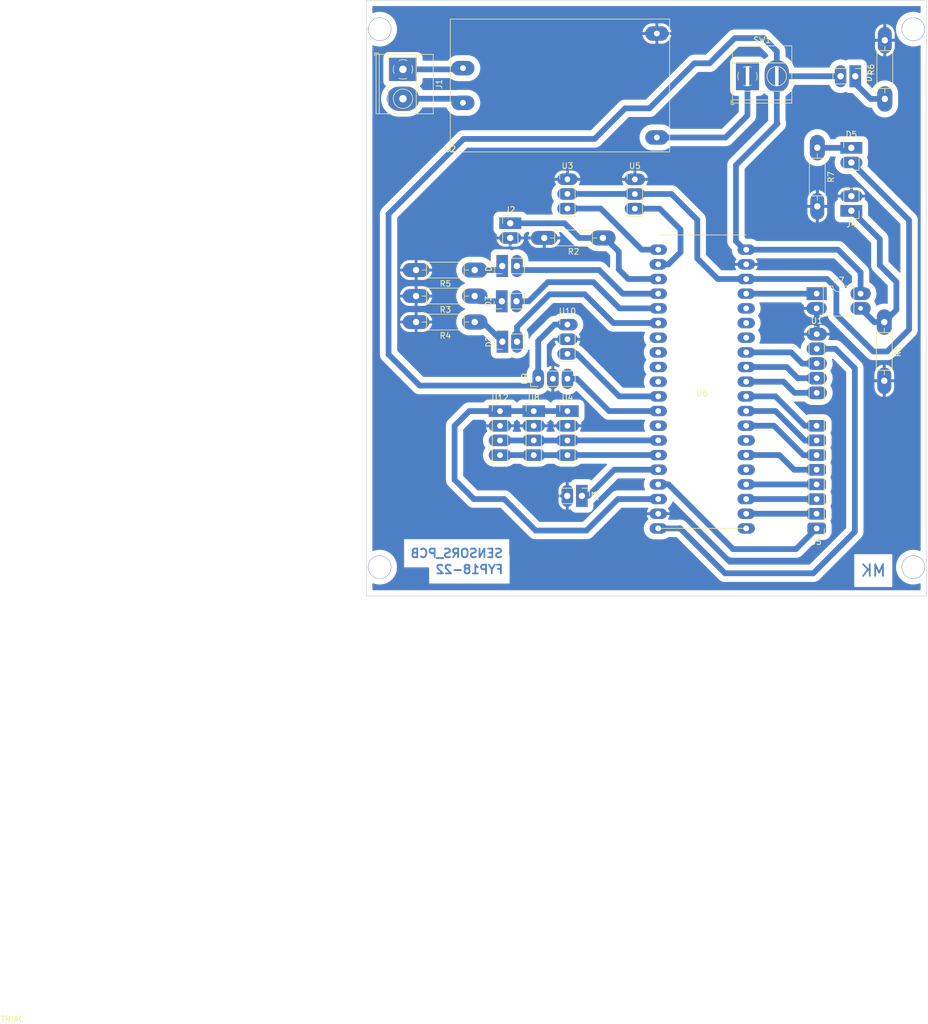
<source format=kicad_pcb>
(kicad_pcb (version 20211014) (generator pcbnew)
  (layers (0 "F.Cu" signal) (31 "B.Cu" signal) (34 "B.Paste" user) (35 "F.Paste" user) (36 "B.SilkS" user "B.Silkscreen") (37 "F.SilkS" user "F.Silkscreen") (38 "B.Mask" user) (39 "F.Mask" user) (44 "Edge.Cuts" user))
  (net 0 "")
  (net 1 "GND")
  (net 2 "+5V")
  (net 3 "NEUTRAL")
  (net 4 "Net-(D1-Pad1)")
  (net 5 "Net-(D2-Pad1)")
  (net 6 "WLED")
  (net 7 "Net-(D3-Pad1)")
  (net 8 "ZERO")
  (net 9 "BLED")
  (net 10 "Net-(D4-Pad1)")
  (net 11 "+3V3")
  (net 12 "PUMP")
  (net 13 "GLED")
  (net 14 "Net-(D5-Pad1)")
  (net 15 "ACLIVE")
  (net 16 "ET1")
  (net 17 "SCL")
  (net 18 "SDA")
  (net 19 "ET2")
  (net 20 "/Actuators/HEATER_RELAY")
  (net 21 "R1")
  (net 22 "R2")
  (net 23 "R3")
  (net 24 "R4")
  (net 25 "C1")
  (net 26 "C2")
  (net 29 "C3")
  (net 30 "C4")
  (net 31 "Net-(SW1-Pad1)")
  (net 35 "SCK")
  (net 36 "CS")
  (net 37 "SO")
  (net 38 "BUZZER")
  (net 43 "HEATER_SWITCH")
  (net 44 "P2DAT")
  (net 45 "P1DAT")
  (footprint "UserLibrary:R_Axial_DIN0207_L6.3mm_D2.5mm_P10.16mm_Horizontal" (layer "F.Cu") (at 138.441 40.065 90)
    (fp_text reference "R6" (at 5.08 -2.37 90) (layer "F.SilkS"))
    (fp_text value "330")
    (fp_line (start 8.35 -1.37) (end 1.81 -1.37) (layer "F.SilkS") (width 0.12))
    (fp_line (start 8.35 1.37) (end 8.35 -1.37) (layer "F.SilkS") (width 0.12))
    (fp_line (start 9.12 0) (end 8.35 0) (layer "F.SilkS") (width 0.12))
    (fp_line (start 1.81 1.37) (end 8.35 1.37) (layer "F.SilkS") (width 0.12))
    (fp_line (start 1.81 -1.37) (end 1.81 1.37) (layer "F.SilkS") (width 0.12))
    (fp_line (start 1.04 0) (end 1.81 0) (layer "F.SilkS") (width 0.12))
    (pad "1" thru_hole oval (at 0 0 90) (size 4.4 2.6) (drill 1.1) (layers *.Cu *.Mask) (net 4 "Net-(D1-Pad1)"))
    (pad "2" thru_hole oval (at 10.16 0 90) (size 4.6 2.4) (drill 1.1) (layers *.Cu *.Mask) (net 1 "GND"))
  )
  (footprint "UserLibrary:PinHeader_1x04_P2.54mm_Vertical" (layer "F.Cu") (at 71.755 94.117)
    (fp_text reference "U12" (at 0 -2.33) (layer "F.SilkS"))
    (fp_text value "LCD_SCREEN")
    (fp_line (start -1.33 0) (end -1.33 -1.33) (layer "F.SilkS") (width 0.12))
    (fp_line (start -1.33 -1.33) (end 0 -1.33) (layer "F.SilkS") (width 0.12))
    (fp_line (start -1.33 1.27) (end 1.33 1.27) (layer "F.SilkS") (width 0.12))
    (fp_line (start -1.33 8.95) (end 1.33 8.95) (layer "F.SilkS") (width 0.12))
    (fp_line (start -1.33 1.27) (end -1.33 8.95) (layer "F.SilkS") (width 0.12))
    (fp_line (start 1.33 1.27) (end 1.33 8.95) (layer "F.SilkS") (width 0.12))
    (pad "1" thru_hole rect (at 0 0) (size 3.9 2) (drill 1) (layers *.Cu *.Mask) (net 2 "+5V"))
    (pad "2" thru_hole oval (at 0 2.54) (size 3.9 2) (drill 1) (layers *.Cu *.Mask) (net 1 "GND"))
    (pad "3" thru_hole oval (at 0 5.08) (size 3.9 2) (drill 1) (layers *.Cu *.Mask) (net 17 "SCL"))
    (pad "4" thru_hole oval (at 0 7.62) (size 3.9 2) (drill 1) (layers *.Cu *.Mask) (net 18 "SDA"))
  )
  (footprint "UserLibrary:R_Axial_DIN0207_L6.3mm_D2.5mm_P10.16mm_Horizontal" (layer "F.Cu") (at 67.371 69.695 180)
    (fp_text reference "R5" (at 5.08 -2.37) (layer "F.SilkS"))
    (fp_text value "330")
    (fp_line (start 1.04 0) (end 1.81 0) (layer "F.SilkS") (width 0.12))
    (fp_line (start 1.81 -1.37) (end 1.81 1.37) (layer "F.SilkS") (width 0.12))
    (fp_line (start 8.35 -1.37) (end 1.81 -1.37) (layer "F.SilkS") (width 0.12))
    (fp_line (start 8.35 1.37) (end 8.35 -1.37) (layer "F.SilkS") (width 0.12))
    (fp_line (start 1.81 1.37) (end 8.35 1.37) (layer "F.SilkS") (width 0.12))
    (fp_line (start 9.12 0) (end 8.35 0) (layer "F.SilkS") (width 0.12))
    (pad "1" thru_hole oval (at 0 0 180) (size 4.4 2.6) (drill 1.1) (layers *.Cu *.Mask) (net 10 "Net-(D4-Pad1)"))
    (pad "2" thru_hole oval (at 10.16 0 180) (size 4.6 2.4) (drill 1.1) (layers *.Cu *.Mask) (net 1 "GND"))
  )
  (footprint "UserLibrary:R_Axial_DIN0207_L6.3mm_D2.5mm_P10.16mm_Horizontal" (layer "F.Cu") (at 138.341 78.705 -90)
    (fp_text reference "R1" (at 5.08 -2.37 90) (layer "F.SilkS"))
    (fp_text value "1k")
    (fp_line (start 1.04 0) (end 1.81 0) (layer "F.SilkS") (width 0.12))
    (fp_line (start 1.81 1.37) (end 8.35 1.37) (layer "F.SilkS") (width 0.12))
    (fp_line (start 8.35 -1.37) (end 1.81 -1.37) (layer "F.SilkS") (width 0.12))
    (fp_line (start 8.35 1.37) (end 8.35 -1.37) (layer "F.SilkS") (width 0.12))
    (fp_line (start 9.12 0) (end 8.35 0) (layer "F.SilkS") (width 0.12))
    (fp_line (start 1.81 -1.37) (end 1.81 1.37) (layer "F.SilkS") (width 0.12))
    (pad "1" thru_hole oval (at 0 0 270) (size 4.4 2.6) (drill 1.1) (layers *.Cu *.Mask) (net 20 "/Actuators/HEATER_RELAY"))
    (pad "2" thru_hole oval (at 10.16 0 270) (size 4.6 2.4) (drill 1.1) (layers *.Cu *.Mask) (net 1 "GND"))
  )
  (footprint "UserLibrary:AC_DC" (layer "F.Cu") (at 63.136 49.24)
    (fp_text reference "U2" (at 0 -0.5 unlocked) (layer "F.SilkS"))
    (fp_text value "AC-DC")
    (fp_line (start 0 -23) (end 0 0) (layer "F.SilkS") (width 0.12))
    (fp_line (start 38 0) (end 0 0) (layer "F.SilkS") (width 0.12))
    (fp_line (start 0 -23) (end 38 -23) (layer "F.SilkS") (width 0.12))
    (fp_line (start 38 -23) (end 38 0) (layer "F.SilkS") (width 0.12))
    (pad "1" thru_hole oval (at 2.2 -14.5) (size 4 2.5) (drill 1) (layers *.Cu *.Mask) (net 3 "NEUTRAL"))
    (pad "2" thru_hole oval (at 2.2 -8.5) (size 4 2.5) (drill 1) (layers *.Cu *.Mask) (net 15 "ACLIVE"))
    (pad "3" thru_hole oval (at 35.8 -2.5) (size 4 2.5) (drill 1) (layers *.Cu *.Mask) (net 31 "Net-(SW1-Pad1)"))
    (pad "4" thru_hole oval (at 35.8 -20.5) (size 4 2.5) (drill 1) (layers *.Cu *.Mask) (net 1 "GND"))
  )
  (footprint "UserLibrary:PinHeader_1x03_P2.54mm_Vertical" (layer "F.Cu") (at 83.439 53.975)
    (fp_text reference "U3" (at 0 -2.33) (layer "F.SilkS"))
    (fp_text value "DSB1820")
    (fp_line (start -1.33 6.41) (end 1.33 6.41) (layer "F.SilkS") (width 0.12))
    (fp_line (start -1.33 1.27) (end -1.33 6.41) (layer "F.SilkS") (width 0.12))
    (fp_line (start -1.33 1.27) (end 1.33 1.27) (layer "F.SilkS") (width 0.12))
    (fp_line (start 1.33 1.27) (end 1.33 6.41) (layer "F.SilkS") (width 0.12))
    (fp_line (start -1.33 0) (end -1.33 -1.33) (layer "F.SilkS") (width 0.12))
    (fp_line (start -1.33 -1.33) (end 0 -1.33) (layer "F.SilkS") (width 0.12))
    (pad "1" thru_hole oval (at 0 0) (size 3.5 2) (drill 1) (layers *.Cu *.Mask) (net 1 "GND"))
    (pad "2" thru_hole oval (at 0 2.54) (size 3.5 2) (drill 1) (layers *.Cu *.Mask) (net 11 "+3V3"))
    (pad "3" thru_hole oval (at 0 5.08) (size 3.5 2) (drill 1) (layers *.Cu *.Mask) (net 16 "ET1"))
  )
  (footprint "UserLibrary:PinHeader_1x02_P2.54mm_Vertical" (layer "F.Cu") (at 132.641 59.435 180)
    (fp_text reference "J4" (at 0 -2.33) (layer "F.SilkS"))
    (fp_text value "Conn_01x02_Male")
    (fp_line (start -1.33 0) (end -1.33 -1.33) (layer "F.SilkS") (width 0.12))
    (fp_line (start -1.33 1.27) (end -1.33 3.87) (layer "F.SilkS") (width 0.12))
    (fp_line (start -1.33 -1.33) (end 0 -1.33) (layer "F.SilkS") (width 0.12))
    (fp_line (start -1.33 3.87) (end 1.33 3.87) (layer "F.SilkS") (width 0.12))
    (fp_line (start 1.33 1.27) (end 1.33 3.87) (layer "F.SilkS") (width 0.12))
    (fp_line (start -1.33 1.27) (end 1.33 1.27) (layer "F.SilkS") (width 0.12))
    (pad "1" thru_hole rect (at 0 0 180) (size 3.8 2) (drill 1.1) (layers *.Cu *.Mask) (net 20 "/Actuators/HEATER_RELAY"))
    (pad "2" thru_hole oval (at 0 2.54 180) (size 3.8 2) (drill 1.1) (layers *.Cu *.Mask) (net 1 "GND"))
  )
  (footprint "UserLibrary:PinHeader_1x03_P2.54mm_Vertical" (layer "F.Cu") (at 83.439 79.136)
    (fp_text reference "U10" (at 0 -2.33) (layer "F.SilkS"))
    (fp_text value "PRESSURE_SENSOR")
    (fp_line (start -1.33 -1.33) (end 0 -1.33) (layer "F.SilkS") (width 0.12))
    (fp_line (start -1.33 1.27) (end -1.33 6.41) (layer "F.SilkS") (width 0.12))
    (fp_line (start -1.33 6.41) (end 1.33 6.41) (layer "F.SilkS") (width 0.12))
    (fp_line (start -1.33 0) (end -1.33 -1.33) (layer "F.SilkS") (width 0.12))
    (fp_line (start 1.33 1.27) (end 1.33 6.41) (layer "F.SilkS") (width 0.12))
    (fp_line (start -1.33 1.27) (end 1.33 1.27) (layer "F.SilkS") (width 0.12))
    (pad "1" thru_hole oval (at 0 0) (size 3.5 2) (drill 1) (layers *.Cu *.Mask) (net 2 "+5V"))
    (pad "2" thru_hole oval (at 0 2.54) (size 3.5 2) (drill 1) (layers *.Cu *.Mask) (net 1 "GND"))
    (pad "3" thru_hole oval (at 0 5.08) (size 3.5 2) (drill 1) (layers *.Cu *.Mask) (net 44 "P2DAT"))
  )
  (footprint "UserLibrary:PinHeader_1x05_P2.54mm_Vertical" (layer "F.Cu") (at 126.641 80.795)
    (fp_text reference "U1" (at 0 -2.33) (layer "F.SilkS"))
    (fp_text value "MAX6675K")
    (fp_line (start -1.33 0) (end -1.33 -1.33) (layer "F.SilkS") (width 0.12))
    (fp_line (start -1.33 1.27) (end 1.33 1.27) (layer "F.SilkS") (width 0.12))
    (fp_line (start -1.33 11.49) (end 1.33 11.49) (layer "F.SilkS") (width 0.12))
    (fp_line (start -1.33 -1.33) (end 0 -1.33) (layer "F.SilkS") (width 0.12))
    (fp_line (start -1.33 1.27) (end -1.33 11.49) (layer "F.SilkS") (width 0.12))
    (fp_line (start 1.33 1.27) (end 1.33 11.49) (layer "F.SilkS") (width 0.12))
    (pad "1" thru_hole oval (at 0 0) (size 3.5 2.2) (drill 1) (layers *.Cu *.Mask) (net 1 "GND"))
    (pad "2" thru_hole oval (at 0 2.54) (size 3.5 2.2) (drill 1) (layers *.Cu *.Mask) (net 11 "+3V3"))
    (pad "3" thru_hole oval (at 0 5.08) (size 3.5 2.2) (drill 1) (layers *.Cu *.Mask) (net 36 "CS"))
    (pad "4" thru_hole oval (at 0 7.62) (size 3.5 2.2) (drill 1) (layers *.Cu *.Mask) (net 37 "SO"))
    (pad "5" thru_hole oval (at 0 10.16) (size 3.5 2.2) (drill 1) (layers *.Cu *.Mask) (net 35 "SCK"))
  )
  (footprint "UserLibrary:PinHeader_1x02_P2.54mm_Vertical" (layer "F.Cu") (at 72.166 82.095 90)
    (fp_text reference "D2" (at 0 -2.33 90) (layer "F.SilkS"))
    (fp_text value "LED")
    (fp_line (start -1.33 1.27) (end 1.33 1.27) (layer "F.SilkS") (width 0.12))
    (fp_line (start -1.33 3.87) (end 1.33 3.87) (layer "F.SilkS") (width 0.12))
    (fp_line (start -1.33 -1.33) (end 0 -1.33) (layer "F.SilkS") (width 0.12))
    (fp_line (start -1.33 0) (end -1.33 -1.33) (layer "F.SilkS") (width 0.12))
    (fp_line (start 1.33 1.27) (end 1.33 3.87) (layer "F.SilkS") (width 0.12))
    (fp_line (start -1.33 1.27) (end -1.33 3.87) (layer "F.SilkS") (width 0.12))
    (pad "1" thru_hole rect (at 0 0 90) (size 3.8 2) (drill 1.1) (layers *.Cu *.Mask) (net 5 "Net-(D2-Pad1)"))
    (pad "2" thru_hole oval (at 0 2.54 90) (size 3.8 2) (drill 1.1) (layers *.Cu *.Mask) (net 6 "WLED"))
  )
  (footprint "UserLibrary:PinHeader_1x03_P2.54mm_Vertical" (layer "F.Cu") (at 95.123 53.99)
    (fp_text reference "U5" (at 0 -2.33) (layer "F.SilkS"))
    (fp_text value "DSB1820")
    (fp_line (start -1.33 6.41) (end 1.33 6.41) (layer "F.SilkS") (width 0.12))
    (fp_line (start -1.33 -1.33) (end 0 -1.33) (layer "F.SilkS") (width 0.12))
    (fp_line (start -1.33 1.27) (end 1.33 1.27) (layer "F.SilkS") (width 0.12))
    (fp_line (start -1.33 0) (end -1.33 -1.33) (layer "F.SilkS") (width 0.12))
    (fp_line (start -1.33 1.27) (end -1.33 6.41) (layer "F.SilkS") (width 0.12))
    (fp_line (start 1.33 1.27) (end 1.33 6.41) (layer "F.SilkS") (width 0.12))
    (pad "1" thru_hole oval (at 0 0) (size 3.5 2) (drill 1) (layers *.Cu *.Mask) (net 1 "GND"))
    (pad "2" thru_hole oval (at 0 2.54) (size 3.5 2) (drill 1) (layers *.Cu *.Mask) (net 11 "+3V3"))
    (pad "3" thru_hole oval (at 0 5.08) (size 3.5 2) (drill 1) (layers *.Cu *.Mask) (net 19 "ET2"))
  )
  (footprint "UserLibrary:R_Axial_DIN0207_L6.3mm_D2.5mm_P10.16mm_Horizontal" (layer "F.Cu") (at 89.585 64.135 180)
    (fp_text reference "R2" (at 5.08 -2.37) (layer "F.SilkS"))
    (fp_text value "330")
    (fp_line (start 1.04 0) (end 1.81 0) (layer "F.SilkS") (width 0.12))
    (fp_line (start 9.12 0) (end 8.35 0) (layer "F.SilkS") (width 0.12))
    (fp_line (start 1.81 1.37) (end 8.35 1.37) (layer "F.SilkS") (width 0.12))
    (fp_line (start 8.35 -1.37) (end 1.81 -1.37) (layer "F.SilkS") (width 0.12))
    (fp_line (start 8.35 1.37) (end 8.35 -1.37) (layer "F.SilkS") (width 0.12))
    (fp_line (start 1.81 -1.37) (end 1.81 1.37) (layer "F.SilkS") (width 0.12))
    (pad "1" thru_hole oval (at 0 0 180) (size 4.4 2.6) (drill 1.1) (layers *.Cu *.Mask) (net 12 "PUMP"))
    (pad "2" thru_hole oval (at 10.16 0 180) (size 4.6 2.4) (drill 1.1) (layers *.Cu *.Mask) (net 1 "GND"))
  )
  (footprint "UserLibrary:PinHeader_1x02_P2.54mm_Vertical" (layer "F.Cu") (at 133.316 36.135 -90)
    (fp_text reference "D1" (at 0 -2.33 90) (layer "F.SilkS"))
    (fp_text value "LED")
    (fp_line (start -1.33 -1.33) (end 0 -1.33) (layer "F.SilkS") (width 0.12))
    (fp_line (start 1.33 1.27) (end 1.33 3.87) (layer "F.SilkS") (width 0.12))
    (fp_line (start -1.33 3.87) (end 1.33 3.87) (layer "F.SilkS") (width 0.12))
    (fp_line (start -1.33 1.27) (end 1.33 1.27) (layer "F.SilkS") (width 0.12))
    (fp_line (start -1.33 1.27) (end -1.33 3.87) (layer "F.SilkS") (width 0.12))
    (fp_line (start -1.33 0) (end -1.33 -1.33) (layer "F.SilkS") (width 0.12))
    (pad "1" thru_hole rect (at 0 0 270) (size 3.8 2) (drill 1.1) (layers *.Cu *.Mask) (net 4 "Net-(D1-Pad1)"))
    (pad "2" thru_hole oval (at 0 2.54 270) (size 3.8 2) (drill 1.1) (layers *.Cu *.Mask) (net 2 "+5V"))
  )
  (footprint "UserLibrary:PinHeader_1x04_P2.54mm_Vertical" (layer "F.Cu") (at 77.597 94.117)
    (fp_text reference "U8" (at 0 -2.33) (layer "F.SilkS"))
    (fp_text value "LCD_SCREEN")
    (fp_line (start -1.33 8.95) (end 1.33 8.95) (layer "F.SilkS") (width 0.12))
    (fp_line (start -1.33 1.27) (end 1.33 1.27) (layer "F.SilkS") (width 0.12))
    (fp_line (start -1.33 0) (end -1.33 -1.33) (layer "F.SilkS") (width 0.12))
    (fp_line (start -1.33 1.27) (end -1.33 8.95) (layer "F.SilkS") (width 0.12))
    (fp_line (start -1.33 -1.33) (end 0 -1.33) (layer "F.SilkS") (width 0.12))
    (fp_line (start 1.33 1.27) (end 1.33 8.95) (layer "F.SilkS") (width 0.12))
    (pad "1" thru_hole rect (at 0 0) (size 3.9 2) (drill 1) (layers *.Cu *.Mask) (net 2 "+5V"))
    (pad "2" thru_hole oval (at 0 2.54) (size 3.9 2) (drill 1) (layers *.Cu *.Mask) (net 1 "GND"))
    (pad "3" thru_hole oval (at 0 5.08) (size 3.9 2) (drill 1) (layers *.Cu *.Mask) (net 17 "SCL"))
    (pad "4" thru_hole oval (at 0 7.62) (size 3.9 2) (drill 1) (layers *.Cu *.Mask) (net 18 "SDA"))
  )
  (footprint "UserLibrary:PinHeader_1x03_P2.54mm_Vertical" (layer "F.Cu") (at 78.374 88.519 90)
    (fp_text reference "U9" (at 0 -2.33 90) (layer "F.SilkS"))
    (fp_text value "PRESSURE_SENSOR")
    (fp_line (start -1.33 1.27) (end 1.33 1.27) (layer "F.SilkS") (width 0.12))
    (fp_line (start -1.33 1.27) (end -1.33 6.41) (layer "F.SilkS") (width 0.12))
    (fp_line (start -1.33 -1.33) (end 0 -1.33) (layer "F.SilkS") (width 0.12))
    (fp_line (start 1.33 1.27) (end 1.33 6.41) (layer "F.SilkS") (width 0.12))
    (fp_line (start -1.33 0) (end -1.33 -1.33) (layer "F.SilkS") (width 0.12))
    (fp_line (start -1.33 6.41) (end 1.33 6.41) (layer "F.SilkS") (width 0.12))
    (pad "1" thru_hole oval (at 0 0 90) (size 3.5 2) (drill 1) (layers *.Cu *.Mask) (net 2 "+5V"))
    (pad "2" thru_hole oval (at 0 2.54 90) (size 3.5 2) (drill 1) (layers *.Cu *.Mask) (net 1 "GND"))
    (pad "3" thru_hole oval (at 0 5.08 90) (size 3.5 2) (drill 1) (layers *.Cu *.Mask) (net 45 "P1DAT"))
  )
  (footprint "UserLibrary:KCD1 switch" (layer "F.Cu") (at 114.641 36.135)
    (fp_text reference "SW1" (at 2.54 -6.26) (layer "F.SilkS"))
    (fp_text value "SW_SPST")
    (fp_line (start -2.84 4.9) (end -2.34 4.9) (layer "F.SilkS") (width 0.12))
    (fp_line (start 4.046 1.239) (end 4.011 1.274) (layer "F.SilkS") (width 0.12))
    (fp_line (start -2.6 2.6) (end 7.68 2.6) (layer "F.SilkS") (width 0.12))
    (fp_line (start -2.6 4.66) (end 7.68 4.66) (layer "F.SilkS") (width 0.12))
    (fp_line (start -2.6 -5.261) (end -2.6 4.66) (layer "F.SilkS") (width 0.12))
    (fp_line (start -2.6 -2.301) (end 7.68 -2.301) (layer "F.SilkS") (width 0.12))
    (fp_line (start -2.6 4.1) (end 7.68 4.1) (layer "F.SilkS") (width 0.12))
    (fp_line (start 7.68 -5.261) (end 7.68 4.66) (layer "F.SilkS") (width 0.12))
    (fp_line (start 3.853 1.023) (end 3.806 1.069) (layer "F.SilkS") (width 0.12))
    (fp_line (start 6.15 -1.275) (end 6.115 -1.239) (layer "F.SilkS") (width 0.12))
    (fp_line (start 6.355 -1.069) (end 6.308 -1.023) (layer "F.SilkS") (width 0.12))
    (fp_line (start -2.6 -5.261) (end 7.68 -5.261) (layer "F.SilkS") (width 0.12))
    (fp_line (start -2.84 4.16) (end -2.84 4.9) (layer "F.SilkS") (width 0.12))
    (fp_arc (start -0.683042 -1.535427) (mid 0.000524 -1.680501) (end 0.684 -1.535) (layer "F.SilkS") (width 0.12))
    (fp_arc (start 0.683318 1.534756) (mid 0.349292 1.643288) (end 0 1.68) (layer "F.SilkS") (width 0.12))
    (fp_arc (start 0.028805 1.680253) (mid -0.335551 1.646659) (end -0.684 1.535) (layer "F.SilkS") (width 0.12))
    (fp_arc (start 1.535427 -0.683042) (mid 1.680501 0.000524) (end 1.535 0.684) (layer "F.SilkS") (width 0.12))
    (fp_arc (start -1.535427 0.683042) (mid -1.680501 -0.000524) (end -1.535 -0.684) (layer "F.SilkS") (width 0.12))
    (fp_circle (center 5.08 0) (end 6.76 0) (layer "F.SilkS") (width 0.12) (fill none))
    (pad "1" thru_hole rect (at 0 0) (size 4 4.8) (drill oval 0.6 3.5) (layers *.Cu *.Mask) (net 31 "Net-(SW1-Pad1)"))
    (pad "2" thru_hole oval (at 5.08 0) (size 4.2 5.6) (drill oval 0.6 3.5) (layers *.Cu *.Mask) (net 2 "+5V"))
  )
  (footprint "UserLibrary:Blackpill" (layer "F.Cu") (at 120.7945 119.167)
    (fp_text reference "U6" (at -14 -28.1 unlocked) (layer "F.SilkS"))
    (fp_text value "Blackpill")
    (fp_line (start -21.62 -55.54) (end -6.38 -55.54) (layer "F.SilkS") (width 0.12))
    (fp_line (start -21.62 -4.74) (end -6.38 -4.74) (layer "F.SilkS") (width 0.12))
    (pad "1" thru_hole oval (at -21.62 -53) (size 3 1.8) (drill 1) (layers *.Cu *.Mask) (net 16 "ET1"))
    (pad "2" thru_hole oval (at -21.62 -50.46) (size 3 1.8) (drill 1) (layers *.Cu *.Mask) (net 19 "ET2"))
    (pad "3" thru_hole oval (at -21.62 -47.92) (size 3 1.8) (drill 1) (layers *.Cu *.Mask) (net 12 "PUMP"))
    (pad "4" thru_hole oval (at -21.62 -45.38) (size 3 1.8) (drill 1) (layers *.Cu *.Mask) (net 13 "GLED"))
    (pad "5" thru_hole oval (at -21.62 -42.84) (size 3 1.8) (drill 1) (layers *.Cu *.Mask) (net 9 "BLED"))
    (pad "6" thru_hole oval (at -21.62 -40.3) (size 3 1.8) (drill 1) (layers *.Cu *.Mask) (net 6 "WLED"))
    (pad "7" thru_hole oval (at -21.62 -37.76) (size 3 1.8) (drill 1) (layers *.Cu *.Mask) (net 38 "BUZZER"))
    (pad "8" thru_hole oval (at -21.62 -35.22) (size 3 1.8) (drill 1) (layers *.Cu *.Mask))
    (pad "9" thru_hole oval (at -21.62 -32.68) (size 3 1.8) (drill 1) (layers *.Cu *.Mask))
    (pad "10" thru_hole oval (at -21.62 -30.14) (size 3 1.8) (drill 1) (layers *.Cu *.Mask))
    (pad "11" thru_hole oval (at -21.62 -27.6) (size 3 1.8) (drill 1) (layers *.Cu *.Mask) (net 44 "P2DAT"))
    (pad "12" thru_hole oval (at -21.62 -25.06) (size 3 1.8) (drill 1) (layers *.Cu *.Mask) (net 45 "P1DAT"))
    (pad "13" thru_hole oval (at -21.62 -22.52) (size 3 1.8) (drill 1) (layers *.Cu *.Mask) (net 36 "CS"))
    (pad "14" thru_hole oval (at -21.62 -19.98) (size 3 1.8) (drill 1) (layers *.Cu *.Mask) (net 17 "SCL"))
    (pad "15" thru_hole oval (at -21.62 -17.44) (size 3 1.8) (drill 1) (layers *.Cu *.Mask) (net 18 "SDA"))
    (pad "16" thru_hole oval (at -21.62 -14.9) (size 3 1.8) (drill 1) (layers *.Cu *.Mask) (net 8 "ZERO"))
    (pad "17" thru_hole oval (at -21.62 -12.36) (size 3 1.8) (drill 1) (layers *.Cu *.Mask) (net 21 "R1"))
    (pad "18" thru_hole oval (at -21.62 -9.82) (size 3 1.8) (drill 1) (layers *.Cu *.Mask) (net 2 "+5V"))
    (pad "19" thru_hole oval (at -21.62 -7.28) (size 3 1.8) (drill 1) (layers *.Cu *.Mask) (net 1 "GND"))
    (pad "20" thru_hole oval (at -21.62 -4.74) (size 3 1.8) (drill 1) (layers *.Cu *.Mask) (net 11 "+3V3"))
    (pad "21" thru_hole oval (at -6.38 -4.74) (size 3 1.8) (drill 1) (layers *.Cu *.Mask))
    (pad "22" thru_hole oval (at -6.38 -7.28) (size 3 1.8) (drill 1) (layers *.Cu *.Mask) (net 22 "R2"))
    (pad "23" thru_hole oval (at -6.38 -9.82) (size 3 1.8) (drill 1) (layers *.Cu *.Mask) (net 23 "R3"))
    (pad "24" thru_hole oval (at -6.38 -12.36) (size 3 1.8) (drill 1) (layers *.Cu *.Mask) (net 24 "R4"))
    (pad "25" thru_hole oval (at -6.38 -14.9) (size 3 1.8) (drill 1) (layers *.Cu *.Mask))
    (pad "26" thru_hole oval (at -6.38 -17.44) (size 3 1.8) (drill 1) (layers *.Cu *.Mask) (net 25 "C1"))
    (pad "27" thru_hole oval (at -6.38 -19.98) (size 3 1.8) (drill 1) (layers *.Cu *.Mask))
    (pad "28" thru_hole oval (at -6.38 -22.52) (size 3 1.8) (drill 1) (layers *.Cu *.Mask) (net 26 "C2"))
    (pad "29" thru_hole oval (at -6.38 -25.06) (size 3 1.8) (drill 1) (layers *.Cu *.Mask) (net 29 "C3"))
    (pad "30" thru_hole oval (at -6.38 -27.6) (size 3 1.8) (drill 1) (layers *.Cu *.Mask) (net 30 "C4"))
    (pad "31" thru_hole oval (at -6.38 -30.14) (size 3 1.8) (drill 1) (layers *.Cu *.Mask) (net 35 "SCK"))
    (pad "32" thru_hole oval (at -6.38 -32.68) (size 3 1.8) (drill 1) (layers *.Cu *.Mask) (net 37 "SO"))
    (pad "33" thru_hole oval (at -6.38 -35.22) (size 3 1.8) (drill 1) (layers *.Cu *.Mask) (net 36 "CS"))
    (pad "34" thru_hole oval (at -6.38 -37.76) (size 3 1.8) (drill 1) (layers *.Cu *.Mask))
    (pad "35" thru_hole oval (at -6.38 -40.3) (size 3 1.8) (drill 1) (layers *.Cu *.Mask))
    (pad "36" thru_hole oval (at -6.38 -42.84) (size 3 1.8) (drill 1) (layers *.Cu *.Mask))
    (pad "37" thru_hole oval (at -6.38 -45.38) (size 3 1.8) (drill 1) (layers *.Cu *.Mask) (net 43 "HEATER_SWITCH"))
    (pad "38" thru_hole oval (at -6.38 -47.92) (size 3 1.8) (drill 1) (layers *.Cu *.Mask) (net 11 "+3V3"))
    (pad "39" thru_hole oval (at -6.38 -50.46) (size 3 1.8) (drill 1) (layers *.Cu *.Mask) (net 1 "GND"))
    (pad "40" thru_hole oval (at -6.38 -53) (size 3 1.8) (drill 1) (layers *.Cu *.Mask) (net 2 "+5V"))
  )
  (footprint "UserLibrary:R_Axial_DIN0207_L6.3mm_D2.5mm_P10.16mm_Horizontal" (layer "F.Cu") (at 126.741 48.505 -90)
    (fp_text reference "R7" (at 5.08 -2.37 90) (layer "F.SilkS"))
    (fp_text value "330")
    (fp_line (start 1.04 0) (end 1.81 0) (layer "F.SilkS") (width 0.12))
    (fp_line (start 8.35 -1.37) (end 1.81 -1.37) (layer "F.SilkS") (width 0.12))
    (fp_line (start 1.81 -1.37) (end 1.81 1.37) (layer "F.SilkS") (width 0.12))
    (fp_line (start 1.81 1.37) (end 8.35 1.37) (layer "F.SilkS") (width 0.12))
    (fp_line (start 9.12 0) (end 8.35 0) (layer "F.SilkS") (width 0.12))
    (fp_line (start 8.35 1.37) (end 8.35 -1.37) (layer "F.SilkS") (width 0.12))
    (pad "1" thru_hole oval (at 0 0 270) (size 4.4 2.6) (drill 1.1) (layers *.Cu *.Mask) (net 14 "Net-(D5-Pad1)"))
    (pad "2" thru_hole oval (at 10.16 0 270) (size 4.6 2.4) (drill 1.1) (layers *.Cu *.Mask) (net 1 "GND"))
  )
  (footprint "UserLibrary:PinHeader_1x08_P2.54mm_Vertical" (layer "F.Cu") (at 126.619 114.432 180)
    (fp_text reference "J5" (at 0 -2.33) (layer "F.SilkS"))
    (fp_text value "Conn_01x08_Male")
    (fp_line (start -1.33 1.27) (end 1.33 1.27) (layer "F.SilkS") (width 0.12))
    (fp_line (start 1.33 1.27) (end 1.33 19.11) (layer "F.SilkS") (width 0.12))
    (fp_line (start -1.33 -1.33) (end 0 -1.33) (layer "F.SilkS") (width 0.12))
    (fp_line (start -1.33 1.27) (end -1.33 19.11) (layer "F.SilkS") (width 0.12))
    (fp_line (start -1.33 19.11) (end 1.33 19.11) (layer "F.SilkS") (width 0.12))
    (fp_line (start -1.33 0) (end -1.33 -1.33) (layer "F.SilkS") (width 0.12))
    (pad "1" thru_hole roundrect (at 0 0 180) (size 3.2 2) (drill 1) (layers *.Cu *.Mask) (net 21 "R1"))
    (pad "2" thru_hole roundrect (at 0 2.54 180) (size 3.2 2) (drill 1) (layers *.Cu *.Mask) (net 22 "R2"))
    (pad "3" thru_hole roundrect (at 0 5.08 180) (size 3.2 2) (drill 1) (layers *.Cu *.Mask) (net 23 "R3"))
    (pad "4" thru_hole roundrect (at 0 7.62 180) (size 3.2 2) (drill 1) (layers *.Cu *.Mask) (net 24 "R4"))
    (pad "5" thru_hole roundrect (at 0 10.16 180) (size 3.2 2) (drill 1) (layers *.Cu *.Mask) (net 25 "C1"))
    (pad "6" thru_hole roundrect (at 0 12.7 180) (size 3.2 2) (drill 1) (layers *.Cu *.Mask) (net 26 "C2"))
    (pad "7" thru_hole roundrect (at 0 15.24 180) (size 3.2 2) (drill 1) (layers *.Cu *.Mask) (net 29 "C3"))
    (pad "8" thru_hole roundrect (at 0 17.78 180) (size 3.2 2) (drill 1) (layers *.Cu *.Mask) (net 30 "C4"))
  )
  (footprint "UserLibrary:DIP-4_W7.62mm" (layer "F.Cu") (at 126.619 73.782)
    (fp_text reference "U7" (at 3.81 -2.33) (layer "F.SilkS"))
    (fp_text value "EL357")
    (fp_line (start 6.46 3.87) (end 6.46 -1.33) (layer "F.SilkS") (width 0.12))
    (fp_line (start 2.81 -1.33) (end 1.16 -1.33) (layer "F.SilkS") (width 0.12))
    (fp_line (start 6.46 -1.33) (end 4.81 -1.33) (layer "F.SilkS") (width 0.12))
    (fp_line (start 1.16 3.87) (end 6.46 3.87) (layer "F.SilkS") (width 0.12))
    (fp_line (start 1.16 -1.33) (end 1.16 3.87) (layer "F.SilkS") (width 0.12))
    (fp_arc (start 4.81 -1.33) (mid 3.81 -0.33) (end 2.81 -1.33) (layer "F.SilkS") (width 0.12))
    (pad "1" thru_hole rect (at 0 0) (size 3.5 2.2) (drill 1) (layers *.Cu *.Mask) (net 43 "HEATER_SWITCH"))
    (pad "2" thru_hole oval (at 0 2.54) (size 3.5 2.2) (drill 1) (layers *.Cu *.Mask) (net 1 "GND"))
    (pad "3" thru_hole oval (at 7.62 2.54) (size 3.5 2.2) (drill 0.8) (layers *.Cu *.Mask) (net 20 "/Actuators/HEATER_RELAY"))
    (pad "4" thru_hole oval (at 7.62 0) (size 3.5 2.2) (drill 1) (layers *.Cu *.Mask) (net 2 "+5V"))
  )
  (footprint "UserLibrary:PinHeader_1x02_P2.54mm_Vertical" (layer "F.Cu") (at 132.641 48.535)
    (fp_text reference "D5" (at 0 -2.33) (layer "F.SilkS"))
    (fp_text value "LED")
    (fp_line (start -1.33 3.87) (end 1.33 3.87) (layer "F.SilkS") (width 0.12))
    (fp_line (start -1.33 0) (end -1.33 -1.33) (layer "F.SilkS") (width 0.12))
    (fp_line (start -1.33 -1.33) (end 0 -1.33) (layer "F.SilkS") (width 0.12))
    (fp_line (start -1.33 1.27) (end -1.33 3.87) (layer "F.SilkS") (width 0.12))
    (fp_line (start -1.33 1.27) (end 1.33 1.27) (layer "F.SilkS") (width 0.12))
    (fp_line (start 1.33 1.27) (end 1.33 3.87) (layer "F.SilkS") (width 0.12))
    (pad "1" thru_hole rect (at 0 0) (size 3.8 2) (drill 1.1) (layers *.Cu *.Mask) (net 14 "Net-(D5-Pad1)"))
    (pad "2" thru_hole oval (at 0 2.54) (size 3.8 2) (drill 1.1) (layers *.Cu *.Mask) (net 11 "+3V3"))
  )
  (footprint "UserLibrary:PinHeader_1x02_P2.54mm_Vertical" (layer "F.Cu") (at 85.941 108.795 -90)
    (fp_text reference "J3" (at 0 -2.33 90) (layer "F.SilkS"))
    (fp_text value "Conn_01x02_Male")
    (fp_line (start 1.33 1.27) (end 1.33 3.87) (layer "F.SilkS") (width 0.12))
    (fp_line (start -1.33 1.27) (end 1.33 1.27) (layer "F.SilkS") (width 0.12))
    (fp_line (start -1.33 3.87) (end 1.33 3.87) (layer "F.SilkS") (width 0.12))
    (fp_line (start -1.33 0) (end -1.33 -1.33) (layer "F.SilkS") (width 0.12))
    (fp_line (start -1.33 1.27) (end -1.33 3.87) (layer "F.SilkS") (width 0.12))
    (fp_line (start -1.33 -1.33) (end 0 -1.33) (layer "F.SilkS") (width 0.12))
    (pad "1" thru_hole rect (at 0 0 270) (size 3.8 2) (drill 1.1) (layers *.Cu *.Mask) (net 8 "ZERO"))
    (pad "2" thru_hole oval (at 0 2.54 270) (size 3.8 2) (drill 1.1) (layers *.Cu *.Mask) (net 1 "GND"))
  )
  (footprint "UserLibrary:PinHeader_1x04_P2.54mm_Vertical" (layer "F.Cu") (at 83.439 94.117)
    (fp_text reference "U4" (at 0 -2.33) (layer "F.SilkS"))
    (fp_text value "MLX90614-ESF")
    (fp_line (start -1.33 0) (end -1.33 -1.33) (layer "F.SilkS") (width 0.12))
    (fp_line (start -1.33 1.27) (end -1.33 8.95) (layer "F.SilkS") (width 0.12))
    (fp_line (start -1.33 8.95) (end 1.33 8.95) (layer "F.SilkS") (width 0.12))
    (fp_line (start -1.33 -1.33) (end 0 -1.33) (layer "F.SilkS") (width 0.12))
    (fp_line (start 1.33 1.27) (end 1.33 8.95) (layer "F.SilkS") (width 0.12))
    (fp_line (start -1.33 1.27) (end 1.33 1.27) (layer "F.SilkS") (width 0.12))
    (pad "1" thru_hole rect (at 0 0) (size 3.9 2) (drill 1) (layers *.Cu *.Mask) (net 2 "+5V"))
    (pad "2" thru_hole oval (at 0 2.54) (size 3.9 2) (drill 1) (layers *.Cu *.Mask) (net 1 "GND"))
    (pad "3" thru_hole oval (at 0 5.08) (size 3.9 2) (drill 1) (layers *.Cu *.Mask) (net 17 "SCL"))
    (pad "4" thru_hole oval (at 0 7.62) (size 3.9 2) (drill 1) (layers *.Cu *.Mask) (net 18 "SDA"))
  )
  (footprint "UserLibrary:PinHeader_1x02_P2.54mm_Vertical" (layer "F.Cu") (at 72.141 68.995 90)
    (fp_text reference "D4" (at 0 -2.33 90) (layer "F.SilkS"))
    (fp_text value "LED")
    (fp_line (start 1.33 1.27) (end 1.33 3.87) (layer "F.SilkS") (width 0.12))
    (fp_line (start -1.33 -1.33) (end 0 -1.33) (layer "F.SilkS") (width 0.12))
    (fp_line (start -1.33 3.87) (end 1.33 3.87) (layer "F.SilkS") (width 0.12))
    (fp_line (start -1.33 1.27) (end 1.33 1.27) (layer "F.SilkS") (width 0.12))
    (fp_line (start -1.33 1.27) (end -1.33 3.87) (layer "F.SilkS") (width 0.12))
    (fp_line (start -1.33 0) (end -1.33 -1.33) (layer "F.SilkS") (width 0.12))
    (pad "1" thru_hole rect (at 0 0 90) (size 3.8 2) (drill 1.1) (layers *.Cu *.Mask) (net 10 "Net-(D4-Pad1)"))
    (pad "2" thru_hole oval (at 0 2.54 90) (size 3.8 2) (drill 1.1) (layers *.Cu *.Mask) (net 13 "GLED"))
  )
  (footprint "UserLibrary:R_Axial_DIN0207_L6.3mm_D2.5mm_P10.16mm_Horizontal" (layer "F.Cu") (at 67.371 74.195 180)
    (fp_text reference "R3" (at 5.08 -2.37) (layer "F.SilkS"))
    (fp_text value "330")
    (fp_line (start 9.12 0) (end 8.35 0) (layer "F.SilkS") (width 0.12))
    (fp_line (start 8.35 1.37) (end 8.35 -1.37) (layer "F.SilkS") (width 0.12))
    (fp_line (start 1.04 0) (end 1.81 0) (layer "F.SilkS") (width 0.12))
    (fp_line (start 8.35 -1.37) (end 1.81 -1.37) (layer "F.SilkS") (width 0.12))
    (fp_line (start 1.81 1.37) (end 8.35 1.37) (layer "F.SilkS") (width 0.12))
    (fp_line (start 1.81 -1.37) (end 1.81 1.37) (layer "F.SilkS") (width 0.12))
    (pad "1" thru_hole oval (at 0 0 180) (size 4.4 2.6) (drill 1.1) (layers *.Cu *.Mask) (net 7 "Net-(D3-Pad1)"))
    (pad "2" thru_hole oval (at 10.16 0 180) (size 4.6 2.4) (drill 1.1) (layers *.Cu *.Mask) (net 1 "GND"))
  )
  (footprint "UserLibrary:PinHeader_1x02_P2.54mm_Vertical" (layer "F.Cu") (at 72.066 75.095 90)
    (fp_text reference "D3" (at 0 -2.33 90) (layer "F.SilkS"))
    (fp_text value "LED")
    (fp_line (start -1.33 1.27) (end -1.33 3.87) (layer "F.SilkS") (width 0.12))
    (fp_line (start -1.33 3.87) (end 1.33 3.87) (layer "F.SilkS") (width 0.12))
    (fp_line (start -1.33 0) (end -1.33 -1.33) (layer "F.SilkS") (width 0.12))
    (fp_line (start -1.33 -1.33) (end 0 -1.33) (layer "F.SilkS") (width 0.12))
    (fp_line (start -1.33 1.27) (end 1.33 1.27) (layer "F.SilkS") (width 0.12))
    (fp_line (start 1.33 1.27) (end 1.33 3.87) (layer "F.SilkS") (width 0.12))
    (pad "1" thru_hole rect (at 0 0 90) (size 3.8 2) (drill 1.1) (layers *.Cu *.Mask) (net 7 "Net-(D3-Pad1)"))
    (pad "2" thru_hole oval (at 0 2.54 90) (size 3.8 2) (drill 1.1) (layers *.Cu *.Mask) (net 9 "BLED"))
  )
  (footprint "UserLibrary:PinHeader_1x02_P2.54mm_Vertical" (layer "F.Cu") (at 73.533 61.595)
    (fp_text reference "J2" (at 0 -2.33) (layer "F.SilkS"))
    (fp_text value "Conn_01x02_Male")
    (fp_line (start -1.33 0) (end -1.33 -1.33) (layer "F.SilkS") (width 0.12))
    (fp_line (start -1.33 1.27) (end -1.33 3.87) (layer "F.SilkS") (width 0.12))
    (fp_line (start -1.33 3.87) (end 1.33 3.87) (layer "F.SilkS") (width 0.12))
    (fp_line (start -1.33 1.27) (end 1.33 1.27) (layer "F.SilkS") (width 0.12))
    (fp_line (start -1.33 -1.33) (end 0 -1.33) (layer "F.SilkS") (width 0.12))
    (fp_line (start 1.33 1.27) (end 1.33 3.87) (layer "F.SilkS") (width 0.12))
    (pad "1" thru_hole rect (at 0 0) (size 3.8 2) (drill 1.1) (layers *.Cu *.Mask) (net 12 "PUMP"))
    (pad "2" thru_hole oval (at 0 2.54) (size 3.8 2) (drill 1.1) (layers *.Cu *.Mask) (net 1 "GND"))
  )
  (footprint "UserLibrary:R_Axial_DIN0207_L6.3mm_D2.5mm_P10.16mm_Horizontal" (layer "F.Cu") (at 67.371 78.695 180)
    (fp_text reference "R4" (at 5.08 -2.37) (layer "F.SilkS"))
    (fp_text value "330")
    (fp_line (start 1.81 -1.37) (end 1.81 1.37) (layer "F.SilkS") (width 0.12))
    (fp_line (start 1.81 1.37) (end 8.35 1.37) (layer "F.SilkS") (width 0.12))
    (fp_line (start 9.12 0) (end 8.35 0) (layer "F.SilkS") (width 0.12))
    (fp_line (start 8.35 -1.37) (end 1.81 -1.37) (layer "F.SilkS") (width 0.12))
    (fp_line (start 1.04 0) (end 1.81 0) (layer "F.SilkS") (width 0.12))
    (fp_line (start 8.35 1.37) (end 8.35 -1.37) (layer "F.SilkS") (width 0.12))
    (pad "1" thru_hole oval (at 0 0 180) (size 4.4 2.6) (drill 1.1) (layers *.Cu *.Mask) (net 5 "Net-(D2-Pad1)"))
    (pad "2" thru_hole oval (at 10.16 0 180) (size 4.6 2.4) (drill 1.1) (layers *.Cu *.Mask) (net 1 "GND"))
  )
  (footprint "UserLibrary:TerminalBlock_Phoenix_MKDS-1,5-2-5.08_1x02_P5.08mm_Horizontal" (layer "F.Cu") (at 54.936 34.95 -90)
    (fp_text reference "J1" (at 2.54 -6.26 90) (layer "F.SilkS"))
    (fp_text value "Screw_Terminal_01x02")
    (fp_line (start 3.853 1.023) (end 3.806 1.069) (layer "F.SilkS") (width 0.12))
    (fp_line (start -2.6 -2.301) (end 7.68 -2.301) (layer "F.SilkS") (width 0.12))
    (fp_line (start 4.046 1.239) (end 4.011 1.274) (layer "F.SilkS") (width 0.12))
    (fp_line (start 6.355 -1.069) (end 6.308 -1.023) (layer "F.SilkS") (width 0.12))
    (fp_line (start -2.6 2.6) (end 7.68 2.6) (layer "F.SilkS") (width 0.12))
    (fp_line (start -2.84 4.9) (end -2.34 4.9) (layer "F.SilkS") (width 0.12))
    (fp_line (start 7.68 -5.261) (end 7.68 4.66) (layer "F.SilkS") (width 0.12))
    (fp_line (start -2.6 4.1) (end 7.68 4.1) (layer "F.SilkS") (width 0.12))
    (fp_line (start -2.6 -5.261) (end -2.6 4.66) (layer "F.SilkS") (width 0.12))
    (fp_line (start 6.15 -1.275) (end 6.115 -1.239) (layer "F.SilkS") (width 0.12))
    (fp_line (start -2.6 4.66) (end 7.68 4.66) (layer "F.SilkS") (width 0.12))
    (fp_line (start -2.6 -5.261) (end 7.68 -5.261) (layer "F.SilkS") (width 0.12))
    (fp_line (start -2.84 4.16) (end -2.84 4.9) (layer "F.SilkS") (width 0.12))
    (fp_arc (start 1.535427 -0.683042) (mid 1.680501 0.000524) (end 1.535 0.684) (layer "F.SilkS") (width 0.12))
    (fp_arc (start 0.028805 1.680253) (mid -0.335551 1.646659) (end -0.684 1.535) (layer "F.SilkS") (width 0.12))
    (fp_arc (start -1.535427 0.683042) (mid -1.680501 -0.000524) (end -1.535 -0.684) (layer "F.SilkS") (width 0.12))
    (fp_arc (start 0.683318 1.534756) (mid 0.349292 1.643288) (end 0 1.68) (layer "F.SilkS") (width 0.12))
    (fp_arc (start -0.683042 -1.535427) (mid 0.000524 -1.680501) (end 0.684 -1.535) (layer "F.SilkS") (width 0.12))
    (fp_circle (center 5.08 0) (end 6.76 0) (layer "F.SilkS") (width 0.12) (fill none))
    (pad "1" thru_hole rect (at 0 0 270) (size 4 4.8) (drill 1.3) (layers *.Cu *.Mask) (net 3 "NEUTRAL"))
    (pad "2" thru_hole oval (at 5.08 0 270) (size 4.2 5.6) (drill 1.3) (layers *.Cu *.Mask) (net 15 "ACLIVE"))
  )
  (gr_line (start 145.641 126.135) (end 145.641 22.987) (layer "Edge.Cuts") (width 0.1))
  (gr_line (start 48.641 22.987) (end 48.641 126.135) (layer "Edge.Cuts") (width 0.1))
  (gr_line (start 48.641 126.135) (end 145.641 126.135) (layer "Edge.Cuts") (width 0.1))
  (gr_line (start 145.641 22.987) (end 48.641 22.987) (layer "Edge.Cuts") (width 0.1))
  (gr_text "SENSORS_PCB" (at 64.241 118.735) (layer "B.Cu") (effects (font (size 1.5 1.5) (thickness 0.3)) (justify mirror)))
  (gr_text "FYP18-22" (at 66.441 121.535) (layer "B.Cu") (effects (font (size 1.5 1.5) (thickness 0.3)) (justify mirror)))
  (gr_text "MK" (at 136.441 121.735) (layer "B.Cu") (effects (font (size 2 2) (thickness 0.3)) (justify mirror)))
  (gr_text "TRIAC\n" (at -12.715 199.39) (layer "F.SilkS") (effects (font (size 1 1))))
  (via (at 143.375 121.135) (size 4) (drill 3.9) (layers "F.Cu" "B.Cu") (net 0))
  (via (at 143.375 27.987) (size 4) (drill 3.9) (layers "F.Cu" "B.Cu") (net 0))
  (via (at 50.907 121.135) (size 4) (drill 3.9) (layers "F.Cu" "B.Cu") (net 0))
  (via (at 50.907 27.987) (size 4) (drill 3.9) (layers "F.Cu" "B.Cu") (net 0))
  (segment (start 126.641 80.795) (end 126.641 76.344) (width 1) (layer "B.Cu") (net 1))
  (segment (start 126.641 76.344) (end 126.619 76.322) (width 1) (layer "B.Cu") (net 1))
  (segment (start 77.741 89.695) (end 57.841 89.695) (width 1) (layer "B.Cu") (net 2))
  (segment (start 108.081 33.895) (end 112.441 29.535) (width 1) (layer "B.Cu") (net 2))
  (segment (start 134.239 70.093) (end 130.313 66.167) (width 1) (layer "B.Cu") (net 2))
  (segment (start 78.374 89.062) (end 77.741 89.695) (width 1) (layer "B.Cu") (net 2))
  (segment (start 65.441 46.995) (end 88.141 46.995) (width 1) (layer "B.Cu") (net 2))
  (segment (start 130.776 36.135) (end 119.721 36.135) (width 1) (layer "B.Cu") (net 2))
  (segment (start 97.641 41.695) (end 105.441 33.895) (width 1) (layer "B.Cu") (net 2))
  (segment (start 52.441 59.995) (end 65.441 46.995) (width 1) (layer "B.Cu") (net 2))
  (segment (start 112.641 51.535) (end 119.841 44.335) (width 1) (layer "B.Cu") (net 2))
  (segment (start 119.721 44.215) (end 119.721 36.135) (width 1) (layer "B.Cu") (net 2))
  (segment (start 112.641 64.695) (end 112.641 51.535) (width 1) (layer "B.Cu") (net 2))
  (segment (start 86.741 114.795) (end 92.189 109.347) (width 1) (layer "B.Cu") (net 2))
  (segment (start 77.597 94.117) (end 71.755 94.117) (width 1) (layer "B.Cu") (net 2))
  (segment (start 78.374 88.519) (end 78.374 89.062) (width 1) (layer "B.Cu") (net 2))
  (segment (start 71.755 94.117) (end 66.435 94.117) (width 1) (layer "B.Cu") (net 2))
  (segment (start 117.441 29.535) (end 119.721 31.815) (width 1) (layer "B.Cu") (net 2))
  (segment (start 130.313 66.167) (end 114.4145 66.167) (width 1) (layer "B.Cu") (net 2))
  (segment (start 63.881 96.671) (end 63.881 106.002) (width 1) (layer "B.Cu") (net 2))
  (segment (start 63.881 106.002) (end 67.207 109.328) (width 1) (layer "B.Cu") (net 2))
  (segment (start 88.141 46.995) (end 93.441 41.695) (width 1) (layer "B.Cu") (net 2))
  (segment (start 72.493 109.347) (end 77.941 114.795) (width 1) (layer "B.Cu") (net 2))
  (segment (start 114.113 66.167) (end 112.641 64.695) (width 1) (layer "B.Cu") (net 2))
  (segment (start 105.441 33.895) (end 108.081 33.895) (width 1) (layer "B.Cu") (net 2))
  (segment (start 66.435 94.117) (end 63.881 96.671) (width 1) (layer "B.Cu") (net 2))
  (segment (start 119.721 31.815) (end 119.721 36.135) (width 1) (layer "B.Cu") (net 2))
  (segment (start 78.374 81.962) (end 81.2 79.136) (width 1) (layer "B.Cu") (net 2))
  (segment (start 78.374 88.519) (end 78.374 81.962) (width 1) (layer "B.Cu") (net 2))
  (segment (start 57.841 89.695) (end 52.441 84.295) (width 1) (layer "B.Cu") (net 2))
  (segment (start 77.941 114.795) (end 86.741 114.795) (width 1) (layer "B.Cu") (net 2))
  (segment (start 93.441 41.695) (end 97.641 41.695) (width 1) (layer "B.Cu") (net 2))
  (segment (start 67.207 109.347) (end 72.493 109.347) (width 1) (layer "B.Cu") (net 2))
  (segment (start 67.207 109.328) (end 67.207 109.347) (width 1) (layer "B.Cu") (net 2))
  (segment (start 83.439 94.117) (end 77.597 94.117) (width 1) (layer "B.Cu") (net 2))
  (segment (start 119.841 44.335) (end 119.721 44.215) (width 1) (layer "B.Cu") (net 2))
  (segment (start 81.2 79.136) (end 83.439 79.136) (width 1) (layer "B.Cu") (net 2))
  (segment (start 114.4145 66.167) (end 114.113 66.167) (width 1) (layer "B.Cu") (net 2))
  (segment (start 134.239 73.782) (end 134.239 70.093) (width 1) (layer "B.Cu") (net 2))
  (segment (start 52.441 84.295) (end 52.441 59.995) (width 1) (layer "B.Cu") (net 2))
  (segment (start 92.189 109.347) (end 99.1745 109.347) (width 1) (layer "B.Cu") (net 2))
  (segment (start 112.441 29.535) (end 117.441 29.535) (width 1) (layer "B.Cu") (net 2))
  (segment (start 54.936 34.95) (end 65.126 34.95) (width 1) (layer "B.Cu") (net 3))
  (segment (start 64.126 34.95) (end 64.336 34.74) (width 1) (layer "B.Cu") (net 3))
  (segment (start 65.126 34.95) (end 65.336 34.74) (width 1) (layer "B.Cu") (net 3))
  (segment (start 133.316 37.41) (end 133.316 36.135) (width 1) (layer "B.Cu") (net 4))
  (segment (start 135.971 40.065) (end 133.316 37.41) (width 1) (layer "B.Cu") (net 4))
  (segment (start 138.441 40.065) (end 135.971 40.065) (width 1) (layer "B.Cu") (net 4))
  (segment (start 68.766 78.695) (end 72.166 82.095) (width 1) (layer "B.Cu") (net 5))
  (segment (start 67.371 78.695) (end 68.766 78.695) (width 1) (layer "B.Cu") (net 5))
  (segment (start 74.706 79.53) (end 80.341 73.895) (width 1) (layer "B.Cu") (net 6))
  (segment (start 86.441 73.895) (end 91.413 78.867) (width 1) (layer "B.Cu") (net 6))
  (segment (start 91.413 78.867) (end 99.1745 78.867) (width 1) (layer "B.Cu") (net 6))
  (segment (start 74.706 82.095) (end 74.706 79.53) (width 1) (layer "B.Cu") (net 6))
  (segment (start 80.341 73.895) (end 86.441 73.895) (width 1) (layer "B.Cu") (net 6))
  (segment (start 68.271 75.095) (end 67.371 74.195) (width 1) (layer "B.Cu") (net 7))
  (segment (start 72.066 75.095) (end 68.271 75.095) (width 1) (layer "B.Cu") (net 7))
  (segment (start 87.041 108.795) (end 91.569 104.267) (width 1) (layer "B.Cu") (net 8))
  (segment (start 85.941 108.795) (end 87.041 108.795) (width 1) (layer "B.Cu") (net 8))
  (segment (start 91.569 104.267) (end 99.1745 104.267) (width 1) (layer "B.Cu") (net 8))
  (segment (start 92.473 76.327) (end 87.941 71.795) (width 1) (layer "B.Cu") (net 9))
  (segment (start 80.041 71.795) (end 76.741 75.095) (width 1) (layer "B.Cu") (net 9))
  (segment (start 99.1745 76.327) (end 92.473 76.327) (width 1) (layer "B.Cu") (net 9))
  (segment (start 76.741 75.095) (end 74.606 75.095) (width 1) (layer "B.Cu") (net 9))
  (segment (start 87.941 71.795) (end 80.041 71.795) (width 1) (layer "B.Cu") (net 9))
  (segment (start 67.371 69.695) (end 72.141 69.695) (width 1) (layer "B.Cu") (net 10))
  (segment (start 95.108 56.515) (end 95.123 56.53) (width 1.5) (layer "B.Cu") (net 11))
  (segment (start 114.4145 71.247) (end 109.493 71.247) (width 1) (layer "B.Cu") (net 11))
  (segment (start 105.941 67.695) (end 105.941 61.007) (width 1) (layer "B.Cu") (net 11))
  (segment (start 114.4145 71.247) (end 128.4135 71.247) (width 1) (layer "B.Cu") (net 11))
  (segment (start 102.909 114.427) (end 99.1745 114.427) (width 1) (layer "B.Cu") (net 11))
  (segment (start 109.493 71.247) (end 105.941 67.695) (width 1) (layer "B.Cu") (net 11))
  (segment (start 105.941 61.007) (end 101.464 56.53) (width 1) (layer "B.Cu") (net 11))
  (segment (start 142.641 79.995) (end 142.641 61.075) (width 1) (layer "B.Cu") (net 11))
  (segment (start 129.881 83.335) (end 126.641 83.335) (width 1) (layer "B.Cu") (net 11))
  (segment (start 110.741 122.195) (end 102.941 114.395) (width 1) (layer "B.Cu") (net 11))
  (segment (start 126.041 122.195) (end 110.741 122.195) (width 1) (layer "B.Cu") (net 11))
  (segment (start 138.841 83.795) (end 142.641 79.995) (width 1) (layer "B.Cu") (net 11))
  (segment (start 83.439 56.515) (end 95.108 56.515) (width 1) (layer "B.Cu") (net 11))
  (segment (start 130.041 77.395) (end 136.441 83.795) (width 1) (layer "B.Cu") (net 11))
  (segment (start 142.641 61.075) (end 132.641 51.075) (width 1) (layer "B.Cu") (net 11))
  (segment (start 130.041 72.8745) (end 130.041 77.395) (width 1) (layer "B.Cu") (net 11))
  (segment (start 102.941 114.395) (end 102.909 114.427) (width 1) (layer "B.Cu") (net 11))
  (segment (start 128.4135 71.247) (end 130.041 72.8745) (width 1) (layer "B.Cu") (net 11))
  (segment (start 101.464 56.53) (end 95.123 56.53) (width 1) (layer "B.Cu") (net 11))
  (segment (start 136.441 83.795) (end 138.841 83.795) (width 1) (layer "B.Cu") (net 11))
  (segment (start 133.241 86.695) (end 129.881 83.335) (width 1) (layer "B.Cu") (net 11))
  (segment (start 133.241 114.995) (end 133.241 86.695) (width 1) (layer "B.Cu") (net 11))
  (segment (start 126.041 122.195) (end 133.241 114.995) (width 1) (layer "B.Cu") (net 11))
  (segment (start 85.481 64.135) (end 89.585 64.135) (width 1) (layer "B.Cu") (net 12))
  (segment (start 89.585 64.135) (end 89.981 64.135) (width 1) (layer "B.Cu") (net 12))
  (segment (start 73.533 61.595) (end 82.941 61.595) (width 1) (layer "B.Cu") (net 12))
  (segment (start 92.341 66.495) (end 92.341 69.595) (width 1) (layer "B.Cu") (net 12))
  (segment (start 89.981 64.135) (end 92.341 66.495) (width 1) (layer "B.Cu") (net 12))
  (segment (start 92.341 69.595) (end 93.993 71.247) (width 1) (layer "B.Cu") (net 12))
  (segment (start 82.941 61.595) (end 85.481 64.135) (width 1) (layer "B.Cu") (net 12))
  (segment (start 93.993 71.247) (end 99.1745 71.247) (width 1) (layer "B.Cu") (net 12))
  (segment (start 88.941 69.695) (end 93.033 73.787) (width 1) (layer "B.Cu") (net 13))
  (segment (start 74.681 69.695) (end 88.941 69.695) (width 1) (layer "B.Cu") (net 13))
  (segment (start 93.033 73.787) (end 99.1745 73.787) (width 1) (layer "B.Cu") (net 13))
  (segment (start 126.771 48.535) (end 126.741 48.505) (width 1) (layer "B.Cu") (net 14))
  (segment (start 132.641 48.535) (end 126.771 48.535) (width 1) (layer "B.Cu") (net 14))
  (segment (start 64.626 40.03) (end 65.336 40.74) (width 1) (layer "B.Cu") (net 15))
  (segment (start 54.936 40.03) (end 64.626 40.03) (width 1) (layer "B.Cu") (net 15))
  (segment (start 83.439 59.055) (end 89.201 59.055) (width 1) (layer "B.Cu") (net 16))
  (segment (start 89.201 59.055) (end 96.313 66.167) (width 1) (layer "B.Cu") (net 16))
  (segment (start 96.313 66.167) (end 99.1745 66.167) (width 1) (layer "B.Cu") (net 16))
  (segment (start 83.449 99.187) (end 83.439 99.197) (width 1.5) (layer "B.Cu") (net 17))
  (segment (start 77.597 99.197) (end 71.755 99.197) (width 1) (layer "B.Cu") (net 17))
  (segment (start 83.449 99.187) (end 99.1745 99.187) (width 1) (layer "B.Cu") (net 17))
  (segment (start 83.439 99.197) (end 77.597 99.197) (width 1) (layer "B.Cu") (net 17))
  (segment (start 77.597 101.737) (end 71.755 101.737) (width 1) (layer "B.Cu") (net 18))
  (segment (start 83.449 101.727) (end 83.439 101.737) (width 1.5) (layer "B.Cu") (net 18))
  (segment (start 83.449 101.727) (end 99.1745 101.727) (width 1) (layer "B.Cu") (net 18))
  (segment (start 83.439 101.737) (end 77.597 101.737) (width 1) (layer "B.Cu") (net 18))
  (segment (start 100.929 68.707) (end 103.041 66.595) (width 1) (layer "B.Cu") (net 19))
  (segment (start 99.416 59.07) (end 95.123 59.07) (width 1) (layer "B.Cu") (net 19))
  (segment (start 103.041 66.595) (end 103.041 62.695) (width 1) (layer "B.Cu") (net 19))
  (segment (start 103.041 62.695) (end 99.416 59.07) (width 1) (layer "B.Cu") (net 19))
  (segment (start 99.1745 68.707) (end 100.929 68.707) (width 1) (layer "B.Cu") (net 19))
  (segment (start 140.441 76.605) (end 140.441 71.735) (width 1) (layer "B.Cu") (net 20))
  (segment (start 137.566 68.86) (end 137.566 64.36) (width 1) (layer "B.Cu") (net 20))
  (segment (start 138.341 78.705) (end 140.441 76.605) (width 1) (layer "B.Cu") (net 20))
  (segment (start 140.441 71.735) (end 137.566 68.86) (width 1) (layer "B.Cu") (net 20))
  (segment (start 136.622 78.705) (end 134.239 76.322) (width 1) (layer "B.Cu") (net 20))
  (segment (start 137.566 64.36) (end 132.641 59.435) (width 1) (layer "B.Cu") (net 20))
  (segment (start 138.341 78.705) (end 136.622 78.705) (width 1) (layer "B.Cu") (net 20))
  (segment (start 100.941 106.795) (end 99.1865 106.795) (width 1) (layer "B.Cu") (net 21))
  (segment (start 123.044 118.007) (end 126.619 114.432) (width 1) (layer "B.Cu") (net 21))
  (segment (start 112.141 118.007) (end 123.044 118.007) (width 1) (layer "B.Cu") (net 21))
  (segment (start 112.141 118.007) (end 112.141 117.995) (width 1) (layer "B.Cu") (net 21))
  (segment (start 112.141 117.995) (end 100.941 106.795) (width 1) (layer "B.Cu") (net 21))
  (segment (start 99.1865 106.795) (end 99.1745 106.807) (width 1) (layer "B.Cu") (net 21))
  (segment (start 126.614 111.887) (end 114.4145 111.887) (width 1) (layer "B.Cu") (net 22))
  (segment (start 126.619 111.892) (end 126.614 111.887) (width 1) (layer "B.Cu") (net 22))
  (segment (start 126.619 109.352) (end 126.614 109.347) (width 1) (layer "B.Cu") (net 23))
  (segment (start 126.614 109.347) (end 114.4145 109.347) (width 1) (layer "B.Cu") (net 23))
  (segment (start 126.614 106.807) (end 114.4145 106.807) (width 1) (layer "B.Cu") (net 24))
  (segment (start 126.619 106.812) (end 126.614 106.807) (width 1) (layer "B.Cu") (net 24))
  (segment (start 120.173 101.727) (end 114.4145 101.727) (width 1) (layer "B.Cu") (net 25))
  (segment (start 126.6 104.291) (end 126.619 104.272) (width 1) (layer "B.Cu") (net 25))
  (segment (start 126.619 104.272) (end 126.542 104.195) (width 1) (layer "B.Cu") (net 25))
  (segment (start 122.718 104.272) (end 120.173 101.727) (width 1) (layer "B.Cu") (net 25))
  (segment (start 126.619 104.272) (end 122.718 104.272) (width 1) (layer "B.Cu") (net 25))
  (segment (start 119.229 96.647) (end 114.4145 96.647) (width 1) (layer "B.Cu") (net 26))
  (segment (start 124.333 101.751) (end 119.229 96.647) (width 1) (layer "B.Cu") (net 26))
  (segment (start 126.619 101.732) (end 126.6 101.751) (width 1) (layer "B.Cu") (net 26))
  (segment (start 126.6 101.751) (end 124.333 101.751) (width 1) (layer "B.Cu") (net 26))
  (segment (start 124.587 99.211) (end 119.483 94.107) (width 1) (layer "B.Cu") (net 29))
  (segment (start 126.6 99.211) (end 124.587 99.211) (width 1) (layer "B.Cu") (net 29))
  (segment (start 126.619 99.192) (end 126.6 99.211) (width 1) (layer "B.Cu") (net 29))
  (segment (start 119.483 94.107) (end 114.4145 94.107) (width 1) (layer "B.Cu") (net 29))
  (segment (start 126.6 96.671) (end 124.587 96.671) (width 1) (layer "B.Cu") (net 30))
  (segment (start 126.619 96.652) (end 126.6 96.671) (width 1) (layer "B.Cu") (net 30))
  (segment (start 119.483 91.567) (end 114.4145 91.567) (width 1) (layer "B.Cu") (net 30))
  (segment (start 124.587 96.671) (end 119.483 91.567) (width 1) (layer "B.Cu") (net 30))
  (segment (start 110.836 46.74) (end 114.641 42.935) (width 1) (layer "B.Cu") (net 31))
  (segment (start 114.641 42.935) (end 114.641 36.135) (width 1) (layer "B.Cu") (net 31))
  (segment (start 110.836 46.74) (end 98.936 46.74) (width 1) (layer "B.Cu") (net 31))
  (segment (start 120.873 89.027) (end 114.4145 89.027) (width 1) (layer "B.Cu") (net 35))
  (segment (start 122.801 90.955) (end 120.873 89.027) (width 1) (layer "B.Cu") (net 35))
  (segment (start 126.641 90.955) (end 122.801 90.955) (width 1) (layer "B.Cu") (net 35))
  (segment (start 124.141 85.895) (end 122.193 83.947) (width 1) (layer "B.Cu") (net 36))
  (segment (start 122.193 83.947) (end 114.4145 83.947) (width 1) (layer "B.Cu") (net 36))
  (segment (start 126.621 85.895) (end 124.141 85.895) (width 1) (layer "B.Cu") (net 36))
  (segment (start 126.641 85.875) (end 126.621 85.895) (width 1) (layer "B.Cu") (net 36))
  (segment (start 126.641 88.415) (end 123.361 88.415) (width 1) (layer "B.Cu") (net 37))
  (segment (start 123.361 88.415) (end 121.433 86.487) (width 1) (layer "B.Cu") (net 37))
  (segment (start 121.433 86.487) (end 114.4145 86.487) (width 1) (layer "B.Cu") (net 37))
  (segment (start 126.619 73.782) (end 126.614 73.787) (width 1) (layer "B.Cu") (net 43))
  (segment (start 126.614 73.787) (end 114.4145 73.787) (width 1) (layer "B.Cu") (net 43))
  (segment (start 83.439 84.216) (end 85.062 84.216) (width 1) (layer "B.Cu") (net 44))
  (segment (start 85.062 84.216) (end 92.413 91.567) (width 1) (layer "B.Cu") (net 44))
  (segment (start 92.413 91.567) (end 99.1745 91.567) (width 1) (layer "B.Cu") (net 44))
  (segment (start 85.065 88.519) (end 90.653 94.107) (width 1) (layer "B.Cu") (net 45))
  (segment (start 83.454 88.519) (end 85.065 88.519) (width 1) (layer "B.Cu") (net 45))
  (segment (start 90.653 94.107) (end 99.1745 94.107) (width 1) (layer "B.Cu") (net 45))
  (zone (net 1) (net_name "GND") (layer "B.Cu") (connect_pads (clearance 1)) (min_thickness 0.254) (fill yes (thermal_gap 0.508) (thermal_bridge_width 0.508))
    (polygon (pts (xy 145.941 125.895) (xy 48.641 125.895) (xy 48.641 22.995) (xy 145.941 22.995)))
  )
)
</source>
